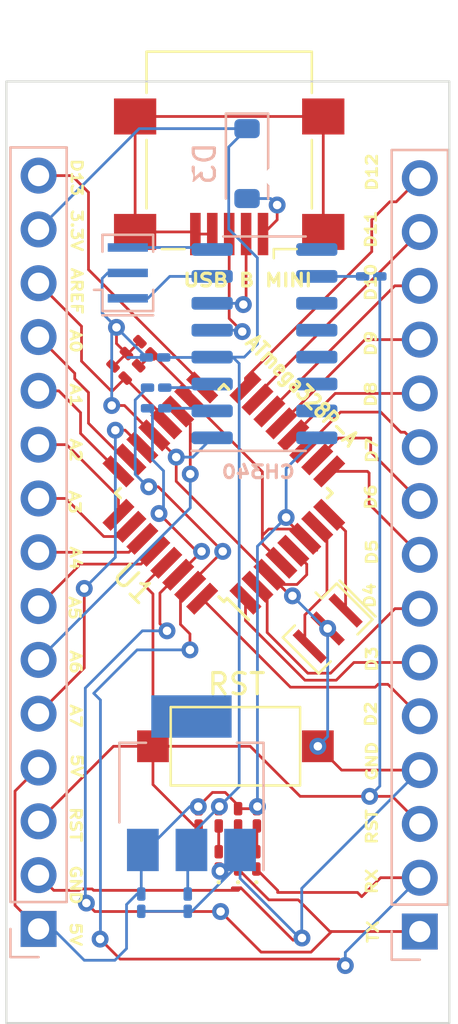
<source format=kicad_pcb>
(kicad_pcb (version 20221018) (generator pcbnew)
  (layers (0 "F.Cu" signal) (31 "B.Cu" signal) (34 "B.Paste" user) (35 "F.Paste" user) (36 "B.SilkS" user "B.Silkscreen") (37 "F.SilkS" user "F.Silkscreen") (38 "B.Mask" user) (39 "F.Mask" user) (44 "Edge.Cuts" user))
  (net 0 "")
  (net 1 "GND")
  (net 2 "+3.3V")
  (net 3 "Net-(U2-~{DSR})")
  (net 4 "/RST")
  (net 5 "+5V")
  (net 6 "/AREF")
  (net 7 "Net-(D2-A)")
  (net 8 "Net-(D3-A)")
  (net 9 "/TX")
  (net 10 "Net-(D4-A)")
  (net 11 "/RX")
  (net 12 "Net-(D5-A)")
  (net 13 "Net-(J1-D-)")
  (net 14 "Net-(J1-D+)")
  (net 15 "Net-(J1-GND)")
  (net 16 "/D2")
  (net 17 "/D3")
  (net 18 "/D4")
  (net 19 "/D5")
  (net 20 "/D6")
  (net 21 "/D7")
  (net 22 "/D8")
  (net 23 "/D9")
  (net 24 "/D10")
  (net 25 "/D11")
  (net 26 "/D12")
  (net 27 "/A7")
  (net 28 "/A6")
  (net 29 "/A5")
  (net 30 "/A4")
  (net 31 "/A3")
  (net 32 "/A2")
  (net 33 "/A1")
  (net 34 "/A0")
  (net 35 "/D13")
  (net 36 "Net-(U2-TXD)")
  (net 37 "Net-(U2-RXD)")
  (net 38 "Net-(U1-XTAL1{slash}PB6)")
  (net 39 "Net-(U1-XTAL2{slash}PB7)")
  (net 40 "Net-(U2-XI)")
  (net 41 "Net-(U2-XO)")
  (footprint "Package_QFP:TQFP-32_7x7mm_P0.8mm" (layer "F.Cu") (at 200.152 91.948 135)
    (fp_text reference "U1")
    (fp_text value "ATmega328P-A")
  )
  (footprint "Button_Switch_SMD:SW_SPST_CK_RS282G05A3" (layer "F.Cu") (at 200.7 103.9 180)
    (fp_text reference "SW1" hide)
    (fp_text value "RST" hide)
  )
  (footprint "LED_SMD:LED_0201_0603Metric_Pad0.64x0.40mm_HandSolder" (layer "F.Cu") (at 199.9115 109.2855 90)
    (fp_text reference "D2" hide)
    (fp_text value "LED" hide)
  )
  (footprint "Capacitor_SMD:C_0201_0603Metric_Pad0.64x0.40mm_HandSolder" (layer "F.Cu") (at 195.834 85.649824 135)
    (fp_text reference "C6" hide)
    (fp_text value "100nf" hide)
  )
  (footprint "Resistor_SMD:R_0201_0603Metric_Pad0.64x0.40mm_HandSolder" (layer "F.Cu") (at 201.716 107.2535 90)
    (fp_text reference "R6" hide)
    (fp_text value "1K" hide)
  )
  (footprint "Resistor_SMD:R_0201_0603Metric_Pad0.64x0.40mm_HandSolder" (layer "F.Cu") (at 198.961 107.259 -90)
    (fp_text reference "R7" hide)
    (fp_text value "10k" hide)
  )
  (footprint "Resistor_SMD:R_0201_0603Metric_Pad0.64x0.40mm_HandSolder" (layer "F.Cu") (at 199.9115 107.2535 90)
    (fp_text reference "R4" hide)
    (fp_text value "1K" hide)
  )
  (footprint "Capacitor_SMD:C_0201_0603Metric_Pad0.64x0.40mm_HandSolder" (layer "F.Cu") (at 196.469 85.09 135)
    (fp_text reference "C7" hide)
    (fp_text value "4.7uf" hide)
  )
  (footprint "Capacitor_SMD:C_0201_0603Metric_Pad0.64x0.40mm_HandSolder" (layer "F.Cu") (at 195.199 86.233 -45)
    (fp_text reference "C8" hide)
    (fp_text value "100nf" hide)
  )
  (footprint "Crystal:Resonator_SMD_Murata_CSTxExxV-3Pin_3.0x1.1mm" (layer "F.Cu") (at 205.064528 98.338472 -135)
    (fp_text reference "Y3" hide)
    (fp_text value "Crystal_GND2")
  )
  (footprint "Connector_USB:USB_Mini-B_Lumberg_2486_01_Horizontal" (layer "F.Cu") (at 200.406 77.021 180)
    (fp_text reference "J1" hide)
    (fp_text value "USB_B_Mini")
  )
  (footprint "Resistor_SMD:R_0201_0603Metric_Pad0.64x0.40mm_HandSolder" (layer "F.Cu") (at 200.827 107.2535 90)
    (fp_text reference "R5" hide)
    (fp_text value "1K" hide)
  )
  (footprint "LED_SMD:LED_0201_0603Metric_Pad0.64x0.40mm_HandSolder" (layer "F.Cu") (at 200.827 109.2855 90)
    (fp_text reference "D4" hide)
    (fp_text value "LED" hide)
  )
  (footprint "LED_SMD:LED_0201_0603Metric_Pad0.64x0.40mm_HandSolder" (layer "F.Cu") (at 201.6895 109.2855 90)
    (fp_text reference "D5" hide)
    (fp_text value "LED" hide)
  )
  (footprint "Resistor_SMD:R_0201_0603Metric_Pad0.64x0.40mm_HandSolder" (layer "B.Cu") (at 196.95 87.945 180)
    (fp_text reference "R2" hide)
    (fp_text value "1K" hide)
  )
  (footprint "Connector_PinHeader_2.54mm:PinHeader_1x15_P2.54mm_Vertical" (layer "B.Cu") (at 191.389 112.522)
    (fp_text reference "J3" hide)
    (fp_text value "Conn_01x15_Pin" hide)
  )
  (footprint "Resistor_SMD:R_0201_0603Metric_Pad0.64x0.40mm_HandSolder" (layer "B.Cu") (at 196.95 86.97)
    (fp_text reference "R3" hide)
    (fp_text value "1K" hide)
  )
  (footprint "Capacitor_SMD:C_0201_0603Metric_Pad0.64x0.40mm_HandSolder" (layer "B.Cu") (at 198.446 111.2815 -90)
    (fp_text reference "C5" hide)
    (fp_text value "22u" hide)
  )
  (footprint "Package_SO:SOIC-16_3.9x9.9mm_P1.27mm" (layer "B.Cu") (at 202.075 84.895)
    (fp_text reference "U2" hide)
    (fp_text value "CH340G" hide)
  )
  (footprint "Capacitor_SMD:C_0201_0603Metric_Pad0.64x0.40mm_HandSolder" (layer "B.Cu") (at 196.9 85.545)
    (fp_text reference "C1" hide)
    (fp_text value "100nf" hide)
  )
  (footprint "Crystal:Resonator_SMD_Murata_CSTxExxV-3Pin_3.0x1.1mm" (layer "B.Cu") (at 195.61 81.555 90)
    (fp_text reference "Y4" hide)
    (fp_text value "Crystal_GND2")
  )
  (footprint "Diode_SMD:D_SOD-123" (layer "B.Cu") (at 201.25 76.395 -90)
    (fp_text reference "D3")
    (fp_text value "MBR0520LT" hide)
  )
  (footprint "Package_TO_SOT_SMD:SOT-223" (layer "B.Cu") (at 198.621 105.644 90)
    (fp_text reference "U4" hide)
    (fp_text value "TLV1117LV-3.3" hide)
  )
  (footprint "Capacitor_SMD:C_0201_0603Metric_Pad0.64x0.40mm_HandSolder" (layer "B.Cu") (at 196.246 111.2815 -90)
    (fp_text reference "C4" hide)
    (fp_text value "22u" hide)
  )
  (footprint "Connector_PinHeader_2.54mm:PinHeader_1x15_P2.54mm_Vertical" (layer "B.Cu") (at 209.423 112.644)
    (fp_text reference "J2" hide)
    (fp_text value "Conn_01x15_Pin" hide)
  )
  (footprint "Capacitor_SMD:C_0201_0603Metric_Pad0.64x0.40mm_HandSolder" (layer "B.Cu") (at 207.125 81.72)
    (fp_text reference "C3" hide)
    (fp_text value "100nf" hide)
  )
  (gr_rect (start 189.865 72.517) (end 210.82 116.967) (stroke (width 0.1)) (fill none) (layer "Edge.Cuts"))
  (gr_text "CH340" (at 203.6 91.3) (layer "B.SilkS") (effects (font (size 0.6 0.7)) (justify left bottom mirror)))
  (gr_text "A3" (at 192.8 91.75 270) (layer "F.SilkS") (effects (font (size 0.5 0.6) (thickness 0.125)) (justify left bottom)))
  (gr_text "D3" (at 207.45 100.45 90) (layer "F.SilkS") (effects (font (size 0.5 0.6) (thickness 0.125)) (justify left bottom)))
  (gr_text "RX" (at 207.45 110.95 90) (layer "F.SilkS") (effects (font (size 0.5 0.6) (thickness 0.125)) (justify left bottom)))
  (gr_text "D5" (at 207.45 95.4 90) (layer "F.SilkS") (effects (font (size 0.5 0.6) (thickness 0.125)) (justify left bottom)))
  (gr_text "GND" (at 207.45 105.6 90) (layer "F.SilkS") (effects (font (size 0.5 0.6) (thickness 0.125)) (justify left bottom)))
  (gr_text "A6" (at 192.85 99.3 270) (layer "F.SilkS") (effects (font (size 0.5 0.6) (thickness 0.125)) (justify left bottom)))
  (gr_text "3.3V" (at 192.9 78.5 270) (layer "F.SilkS") (effects (font (size 0.5 0.6) (thickness 0.125)) (justify left bottom)))
  (gr_text "RST" (at 207.45 108.6 90) (layer "F.SilkS") (effects (font (size 0.5 0.6) (thickness 0.125)) (justify left bottom)))
  (gr_text "GND" (at 192.85 109.45 270) (layer "F.SilkS") (effects (font (size 0.5 0.6) (thickness 0.125)) (justify left bottom)))
  (gr_text "5V" (at 192.85 112.15 270) (layer "F.SilkS") (effects (font (size 0.5 0.6) (thickness 0.125)) (justify left bottom)))
  (gr_text "AREF" (at 192.9 81.25 270) (layer "F.SilkS") (effects (font (size 0.5 0.6) (thickness 0.125)) (justify left bottom)))
  (gr_text "A7" (at 192.85 101.85 270) (layer "F.SilkS") (effects (font (size 0.5 0.6) (thickness 0.125)) (justify left bottom)))
  (gr_text "A0" (at 192.85 84.15 270) (layer "F.SilkS") (effects (font (size 0.5 0.6) (thickness 0.125)) (justify left bottom)))
  (gr_text "D2" (at 207.4 103.05 90) (layer "F.SilkS") (effects (font (size 0.5 0.6) (thickness 0.125)) (justify left bottom)))
  (gr_text "5V" (at 192.9 104.2 270) (layer "F.SilkS") (effects (font (size 0.5 0.6) (thickness 0.125)) (justify left bottom)))
  (gr_text "D7\n" (at 207.45 90.6 90) (layer "F.SilkS") (effects (font (size 0.5 0.6) (thickness 0.125)) (justify left bottom)))
  (gr_text "A4" (at 192.85 94.4 270) (layer "F.SilkS") (effects (font (size 0.5 0.6) (thickness 0.125)) (justify left bottom)))
  (gr_text "RST" (at 192.85 106.7 270) (layer "F.SilkS") (effects (font (size 0.5 0.6) (thickness 0.125)) (justify left bottom)))
  (gr_text "A2" (at 192.85 89.3 270) (layer "F.SilkS") (effects (font (size 0.5 0.6) (thickness 0.125)) (justify left bottom)))
  (gr_text "D13" (at 192.9 76.1 270) (layer "F.SilkS") (effects (font (size 0.5 0.6) (thickness 0.125)) (justify left bottom)))
  (gr_text "D11" (at 207.4 80.45 90) (layer "F.SilkS") (effects (font (size 0.5 0.6) (thickness 0.125)) (justify left bottom)))
  (gr_text "D12" (at 207.45 77.75 90) (layer "F.SilkS") (effects (font (size 0.5 0.6) (thickness 0.125)) (justify left bottom)))
  (gr_text "D8\n" (at 207.4 87.95 90) (layer "F.SilkS") (effects (font (size 0.5 0.6) (thickness 0.125)) (justify left bottom)))
  (gr_text "D9" (at 207.4 85.55 90) (layer "F.SilkS") (effects (font (size 0.5 0.6) (thickness 0.125)) (justify left bottom)))
  (gr_text "D6" (at 207.4 92.8 90) (layer "F.SilkS") (effects (font (size 0.5 0.6) (thickness 0.125)) (justify left bottom)))
  (gr_text "USB B MINI" (at 198.15 82.25) (layer "F.SilkS") (effects (font (size 0.6 0.7)) (justify left bottom)))
  (gr_text "A5" (at 192.8 96.75 270) (layer "F.SilkS") (effects (font (size 0.5 0.6) (thickness 0.125)) (justify left bottom)))
  (gr_text "TX" (at 207.5 113.25 90) (layer "F.SilkS") (effects (font (size 0.5 0.6) (thickness 0.125)) (justify left bottom)))
  (gr_text "D4" (at 207.35 97.45 90) (layer "F.SilkS") (effects (font (size 0.5 0.6) (thickness 0.125)) (justify left bottom)))
  (gr_text "D10" (at 207.4 82.95 90) (layer "F.SilkS") (effects (font (size 0.5 0.6) (thickness 0.125)) (justify left bottom)))
  (gr_text "RST" (at 199.3 101.55) (layer "F.SilkS") (effects (font (size 1 1)) (justify left bottom)))
  (gr_text "A1" (at 192.85 86.7 270) (layer "F.SilkS") (effects (font (size 0.5 0.6) (thickness 0.125)) (justify left bottom)))
  (segment (start 205.724 105.024) (end 204.6 103.9) (width 0.13) (layer "F.Cu") (net 1))
  (segment (start 197.323407 89.685093) (end 197.335093 89.685093) (width 0.13) (layer "F.Cu") (net 1))
  (segment (start 195.452751 87.814437) (end 194.849109 87.814437) (width 0.13) (layer "F.Cu") (net 1))
  (segment (start 209.423 105.024) (end 205.724 105.024) (width 0.13) (layer "F.Cu") (net 1))
  (segment (start 202.308676 95.801732) (end 203.306944 96.8) (width 0.13) (layer "F.Cu") (net 1))
  (segment (start 203.427 113.052) (end 203.838 113.052) (width 0.13) (layer "F.Cu") (net 1))
  (segment (start 202.308676 95.801732) (end 197.9 91.393056) (width 0.13) (layer "F.Cu") (net 1))
  (segment (start 200.569432 110.580568) (end 200.55 110.6) (width 0.13) (layer "F.Cu") (net 1))
  (segment (start 200.955568 110.580568) (end 200.569432 110.580568) (width 0.13) (layer "F.Cu") (net 1))
  (segment (start 195.545854 85.361678) (end 195.07375 84.889574) (width 0.13) (layer "F.Cu") (net 1))
  (segment (start 192.107 110.7) (end 193.309547 110.7) (width 0.13) (layer "F.Cu") (net 1))
  (segment (start 196.863953 89.225639) (end 196.989449 89.225639) (width 0.13) (layer "F.Cu") (net 1))
  (segment (start 204.075 95.305314) (end 203.440047 94.670361) (width 0.13) (layer "F.Cu") (net 1))
  (segment (start 195.62103 85.361678) (end 196.180854 84.801854) (width 0.13) (layer "F.Cu") (net 1))
  (segment (start 200.955568 110.580568) (end 203.427 113.052) (width 0.13) (layer "F.Cu") (net 1))
  (segment (start 196.863953 89.225639) (end 195.452751 87.814437) (width 0.13) (layer "F.Cu") (net 1))
  (segment (start 203.613813 96.261187) (end 204.075 95.8) (width 0.13) (layer "F.Cu") (net 1))
  (segment (start 193.925453 110.635) (end 193.990453 110.7) (width 0.13) (layer "F.Cu") (net 1))
  (segment (start 193.990453 110.7) (end 200.836136 110.7) (width 0.13) (layer "F.Cu") (net 1))
  (segment (start 195.545854 85.361678) (end 195.62103 85.361678) (width 0.13) (layer "F.Cu") (net 1))
  (segment (start 200.836136 110.7) (end 200.955568 110.580568) (width 0.13) (layer "F.Cu") (net 1))
  (segment (start 203.306944 96.8) (end 203.4 96.8) (width 0.13) (layer "F.Cu") (net 1))
  (segment (start 193.374547 110.635) (end 193.925453 110.635) (width 0.13) (layer "F.Cu") (net 1))
  (segment (start 197.335093 89.685093) (end 197.9 90.25) (width 0.13) (layer "F.Cu") (net 1))
  (segment (start 191.389 109.982) (end 192.107 110.7) (width 0.13) (layer "F.Cu") (net 1))
  (segment (start 195.07375 84.889574) (end 195.07375 84.12625) (width 0.13) (layer "F.Cu") (net 1))
  (segment (start 194.910854 85.944854) (end 194.962678 85.944854) (width 0.13) (layer "F.Cu") (net 1))
  (segment (start 202.768131 96.261187) (end 203.613813 96.261187) (width 0.13) (layer "F.Cu") (net 1))
  (segment (start 196.989449 89.225639) (end 197.006905 89.243095) (width 0.13) (layer "F.Cu") (net 1))
  (segment (start 204.075 95.8) (end 204.075 95.305314) (width 0.13) (layer "F.Cu") (net 1))
  (segment (start 202.308676 95.801732) (end 202.768131 96.261187) (width 0.13) (layer "F.Cu") (net 1))
  (segment (start 197.9 91.393056) (end 197.9 90.25) (width 0.13) (layer "F.Cu") (net 1))
  (segment (start 194.962678 85.944854) (end 195.545854 85.361678) (width 0.13) (layer "F.Cu") (net 1))
  (segment (start 196.863953 89.225639) (end 197.323407 89.685093) (width 0.13) (layer "F.Cu") (net 1))
  (segment (start 193.309547 110.7) (end 193.374547 110.635) (width 0.13) (layer "F.Cu") (net 1))
  (via (at 203.85 112.95) (size 0.8) (drill 0.4) (layers "F.Cu" "B.Cu") (net 1))
  (via (at 197.9 90.25) (size 0.8) (drill 0.4) (layers "F.Cu" "B.Cu") (net 1))
  (via (at 205.064528 98.338472) (size 0.8) (drill 0.4) (layers "F.Cu" "B.Cu") (net 1))
  (via (at 204.6 103.9) (size 0.8) (drill 0.4) (layers "F.Cu" "B.Cu") (net 1))
  (via (at 199.9705 109.795075) (size 0.8) (drill 0.4) (layers "F.Cu" "B.Cu") (net 1))
  (via (at 203.4 96.8) (size 0.8) (drill 0.4) (layers "F.Cu" "B.Cu") (net 1))
  (via (at 195.07375 84.12625) (size 0.8) (drill 0.4) (layers "F.Cu" "B.Cu") (net 1))
  (via (at 194.849109 87.814437) (size 0.8) (drill 0.4) (layers "F.Cu" "B.Cu") (net 1))
  (segment (start 198.446 111.689) (end 198.646 111.689) (width 0.13) (layer "B.Cu") (net 1))
  (segment (start 203.838 113.052) (end 200.921 110.135) (width 0.13) (layer "B.Cu") (net 1))
  (segment (start 194.849109 87.814437) (end 194.849109 84.350891) (width 0.13) (layer "B.Cu") (net 1))
  (segment (start 200.921 108.844575) (end 199.9705 109.795075) (width 0.13) (layer "B.Cu") (net 1))
  (segment (start 200.921 109.414) (end 200.921 108.794) (width 0.13) (layer "B.Cu") (net 1))
  (segment (start 203.838 112.938) (end 203.838 110.609) (width 0.13) (layer "B.Cu") (net 1))
  (segment (start 203.838 113.052) (end 203.838 112.962) (width 0.13) (layer "B.Cu") (net 1))
  (segment (start 203.85 112.95) (end 203.838 112.938) (width 0.13) (layer "B.Cu") (net 1))
  (segment (start 196.4925 85.545) (end 195.605 85.545) (width 0.13) (layer "B.Cu") (net 1))
  (segment (start 198.646 111.689) (end 200.921 109.414) (width 0.13) (layer "B.Cu") (net 1))
  (segment (start 195.07375 84.12625) (end 196.4925 85.545) (width 0.13) (layer "B.Cu") (net 1))
  (segment (start 194.849109 84.350891) (end 195.07375 84.12625) (width 0.13) (layer "B.Cu") (net 1))
  (segment (start 203.4 96.8) (end 204.938472 98.338472) (width 0.13) (layer "B.Cu") (net 1))
  (segment (start 203.838 110.609) (end 209.423 105.024) (width 0.13) (layer "B.Cu") (net 1))
  (segment (start 194.66 81.555) (end 194.395 81.82) (width 0.13) (layer "B.Cu") (net 1))
  (segment (start 195.61 81.555) (end 194.66 81.555) (width 0.13) (layer "B.Cu") (net 1))
  (segment (start 200.921 108.794) (end 200.921 108.844575) (width 0.13) (layer "B.Cu") (net 1))
  (segment (start 197.9 90.25) (end 198.69 90.25) (width 0.13) (layer "B.Cu") (net 1))
  (segment (start 194.395 81.82) (end 194.395 83.4475) (width 0.13) (layer "B.Cu") (net 1))
  (segment (start 196.246 111.689) (end 198.446 111.689) (width 0.13) (layer "B.Cu") (net 1))
  (segment (start 200.921 110.135) (end 200.921 108.794) (width 0.13) (layer "B.Cu") (net 1))
  (segment (start 205.064528 103.435472) (end 204.6 103.9) (width 0.13) (layer "B.Cu") (net 1))
  (segment (start 198.69 90.25) (end 199.6 89.34) (width 0.13) (layer "B.Cu") (net 1))
  (segment (start 204.938472 98.338472) (end 205.064528 98.338472) (width 0.13) (layer "B.Cu") (net 1))
  (segment (start 205.064528 98.338472) (end 205.064528 103.435472) (width 0.13) (layer "B.Cu") (net 1))
  (segment (start 203.838 112.962) (end 203.85 112.95) (width 0.13) (layer "B.Cu") (net 1))
  (segment (start 194.395 83.4475) (end 195.07375 84.12625) (width 0.13) (layer "B.Cu") (net 1))
  (via (at 199.943186 106.743967) (size 0.8) (drill 0.4) (layers "F.Cu" "B.Cu") (net 2))
  (segment (start 198.446 110.874) (end 198.446 108.969) (width 0.13) (layer "B.Cu") (net 2))
  (segment (start 200.879 85.834) (end 200.879 105.808152) (width 0.13) (layer "B.Cu") (net 2))
  (segment (start 201.25 74.745) (end 200.385 75.61) (width 0.13) (layer "B.Cu") (net 2))
  (segment (start 198.621 108.794) (end 198.621 108.066153) (width 0.13) (layer "B.Cu") (net 2))
  (segment (start 200.385 79.485) (end 201.74 80.84) (width 0.13) (layer "B.Cu") (net 2))
  (segment (start 196.146 74.745) (end 201.25 74.745) (width 0.13) (layer "B.Cu") (net 2))
  (segment (start 200.385 75.61) (end 200.385 79.485) (width 0.13) (layer "B.Cu") (net 2))
  (segment (start 197.3075 85.545) (end 199.585 85.545) (width 0.13) (layer "B.Cu") (net 2))
  (segment (start 191.389 79.502) (end 196.146 74.745) (width 0.13) (layer "B.Cu") (net 2))
  (segment (start 199.6 85.53) (end 200.575 85.53) (width 0.13) (layer "B.Cu") (net 2))
  (segment (start 198.621 108.066153) (end 199.943186 106.743967) (width 0.13) (layer "B.Cu") (net 2))
  (segment (start 201.74 80.84) (end 201.74 84.91) (width 0.13) (layer "B.Cu") (net 2))
  (segment (start 201.12 85.53) (end 199.6 85.53) (width 0.13) (layer "B.Cu") (net 2))
  (segment (start 200.575 85.53) (end 200.879 85.834) (width 0.13) (layer "B.Cu") (net 2))
  (segment (start 199.585 85.545) (end 199.6 85.53) (width 0.13) (layer "B.Cu") (net 2))
  (segment (start 198.446 108.969) (end 198.621 108.794) (width 0.13) (layer "B.Cu") (net 2))
  (segment (start 200.879 105.808152) (end 199.943186 106.743967) (width 0.13) (layer "B.Cu") (net 2))
  (segment (start 201.74 84.91) (end 201.12 85.53) (width 0.13) (layer "B.Cu") (net 2))
  (segment (start 204.55 81.72) (end 206.7175 81.72) (width 0.13) (layer "B.Cu") (net 3))
  (segment (start 196.8 103.9) (end 194.931 103.9) (width 0.13) (layer "F.Cu") (net 4))
  (segment (start 196.8 103.9) (end 196.8 105.7055) (width 0.13) (layer "F.Cu") (net 4))
  (segment (start 198.761 107.6665) (end 198.961 107.6665) (width 0.13) (layer "F.Cu") (net 4))
  (segment (start 194.931 103.9) (end 191.389 107.442) (width 0.13) (layer "F.Cu") (net 4))
  (segment (start 203.7635 106.2635) (end 201.4 103.9) (width 0.13) (layer "F.Cu") (net 4))
  (segment (start 208.1225 106.2635) (end 207.05 106.2635) (width 0.13) (layer "F.Cu") (net 4))
  (segment (start 196.8 96.707686) (end 196.379 96.286686) (width 0.13) (layer "F.Cu") (net 4))
  (segment (start 201.4 103.9) (end 196.8 103.9) (width 0.13) (layer "F.Cu") (net 4))
  (segment (start 197.429639 95.236047) (end 196.379 96.286686) (width 0.13) (layer "F.Cu") (net 4))
  (segment (start 196.8 105.7055) (end 198.761 107.6665) (width 0.13) (layer "F.Cu") (net 4))
  (segment (start 196.8 103.9) (end 196.8 96.707686) (width 0.13) (layer "F.Cu") (net 4))
  (segment (start 207.05 106.2635) (end 203.7635 106.2635) (width 0.13) (layer "F.Cu") (net 4))
  (segment (start 209.423 107.564) (end 208.1225 106.2635) (width 0.13) (layer "F.Cu") (net 4))
  (via (at 207.05 106.2635) (size 0.8) (drill 0.4) (layers "F.Cu" "B.Cu") (net 4))
  (segment (start 207.5325 81.72) (end 207.5325 105.781) (width 0.13) (layer "B.Cu") (net 4))
  (segment (start 207.5325 105.781) (end 207.05 106.2635) (width 0.13) (layer "B.Cu") (net 4))
  (segment (start 196.122146 85.93797) (end 196.197322 85.93797) (width 0.13) (layer "F.Cu") (net 5))
  (segment (start 200.827 106.687328) (end 200.218639 106.078967) (width 0.13) (layer "F.Cu") (net 5))
  (segment (start 190.274 111.407) (end 190.274 106.017) (width 0.13) (layer "F.Cu") (net 5))
  (segment (start 190.274 106.017) (end 191.389 104.902) (width 0.13) (layer "F.Cu") (net 5))
  (segment (start 196.197322 85.93797) (end 196.757146 85.378146) (width 0.13) (layer "F.Cu") (net 5))
  (segment (start 203.1 93.198944) (end 203.1 93.1) (width 0.13) (layer "F.Cu") (net 5))
  (segment (start 202.279779 93.645221) (end 201.975 93.95) (width 0.13) (layer "F.Cu") (net 5))
  (segment (start 201.975 90.942573) (end 198.56101 87.528583) (width 0.13) (layer "F.Cu") (net 5))
  (segment (start 191.389 112.522) (end 190.274 111.407) (width 0.13) (layer "F.Cu") (net 5))
  (segment (start 204.005732 94.104676) (end 203.546277 93.645221) (width 0.13) (layer "F.Cu") (net 5))
  (segment (start 203.546277 93.645221) (end 202.279779 93.645221) (width 0.13) (layer "F.Cu") (net 5))
  (segment (start 201.716 106.846) (end 200.827 106.846) (width 0.13) (layer "F.Cu") (net 5))
  (segment (start 201.975 94.336686) (end 201.975 90.942573) (width 0.13) (layer "F.Cu") (net 5))
  (segment (start 198.56101 87.528583) (end 198.56101 87.18201) (width 0.13) (layer "F.Cu") (net 5))
  (segment (start 201.975 93.95) (end 201.975 94.336686) (width 0.13) (layer "F.Cu") (net 5))
  (segment (start 201.975 94.336686) (end 202.874361 95.236047) (width 0.13) (layer "F.Cu") (net 5))
  (segment (start 199.614232 106.078967) (end 198.943699 106.7495) (width 0.13) (layer "F.Cu") (net 5))
  (segment (start 204.005732 94.104676) (end 203.1 93.198944) (width 0.13) (layer "F.Cu") (net 5))
  (segment (start 198.56101 87.18201) (end 196.757146 85.378146) (width 0.13) (layer "F.Cu") (net 5))
  (segment (start 200.827 106.846) (end 200.827 106.687328) (width 0.13) (layer "F.Cu") (net 5))
  (segment (start 204.005732 94.104676) (end 204.55 94.648944) (width 0.13) (layer "F.Cu") (net 5))
  (segment (start 200.218639 106.078967) (end 199.614232 106.078967) (width 0.13) (layer "F.Cu") (net 5))
  (via (at 203.1 93.1) (size 0.8) (drill 0.4) (layers "F.Cu" "B.Cu") (net 5))
  (via (at 198.943699 106.7495) (size 0.8) (drill 0.4) (layers "F.Cu" "B.Cu") (net 5))
  (via (at 201.741786 106.744) (size 0.8) (drill 0.4) (layers "F.Cu" "B.Cu") (net 5))
  (segment (start 195 114) (end 195.55 113.45) (width 0.13) (layer "B.Cu") (net 5))
  (segment (start 195.55 111.37) (end 196.046 110.874) (width 0.13) (layer "B.Cu") (net 5))
  (segment (start 196.496232 108.794) (end 198.540732 106.7495) (width 0.13) (layer "B.Cu") (net 5))
  (segment (start 196.046 110.874) (end 196.246 110.874) (width 0.13) (layer "B.Cu") (net 5))
  (segment (start 201.741786 94.458214) (end 201.741786 106.744) (width 0.13) (layer "B.Cu") (net 5))
  (segment (start 198.540732 106.7495) (end 198.943699 106.7495) (width 0.13) (layer "B.Cu") (net 5))
  (segment (start 191.389 112.522) (end 192.072 112.522) (width 0.13) (layer "B.Cu") (net 5))
  (segment (start 196.246 108.869) (end 196.321 108.794) (width 0.13) (layer "B.Cu") (net 5))
  (segment (start 192.072 112.522) (end 193.55 114) (width 0.13) (layer "B.Cu") (net 5))
  (segment (start 203.1 90.79) (end 204.55 89.34) (width 0.13) (layer "B.Cu") (net 5))
  (segment (start 203.1 93.1) (end 201.741786 94.458214) (width 0.13) (layer "B.Cu") (net 5))
  (segment (start 196.246 110.874) (end 196.246 108.869) (width 0.13) (layer "B.Cu") (net 5))
  (segment (start 195.55 113.45) (end 195.55 111.37) (width 0.13) (layer "B.Cu") (net 5))
  (segment (start 193.55 114) (end 195 114) (width 0.13) (layer "B.Cu") (net 5))
  (segment (start 196.321 108.794) (end 196.496232 108.794) (width 0.13) (layer "B.Cu") (net 5))
  (segment (start 203.1 93.1) (end 203.1 90.79) (width 0.13) (layer "B.Cu") (net 5))
  (segment (start 197.429639 88.659953) (end 197.429639 88.463639) (width 0.13) (layer "F.Cu") (net 6))
  (segment (start 194.85 87.15) (end 194.858292 87.15) (width 0.13) (layer "F.Cu") (net 6))
  (segment (start 193.42 84.073) (end 193.42 85.72) (width 0.13) (layer "F.Cu") (net 6))
  (segment (start 197.429639 88.463639) (end 195.487146 86.521146) (width 0.13) (layer "F.Cu") (net 6))
  (segment (start 194.858292 87.15) (end 195.487146 86.521146) (width 0.13) (layer "F.Cu") (net 6))
  (segment (start 193.42 85.72) (end 194.85 87.15) (width 0.13) (layer "F.Cu") (net 6))
  (segment (start 191.389 82.042) (end 193.42 84.073) (width 0.13) (layer "F.Cu") (net 6))
  (segment (start 199.9115 107.661) (end 199.9115 108.878) (width 0.13) (layer "F.Cu") (net 7))
  (segment (start 202.675 79.052) (end 202.006 79.721) (width 0.13) (layer "F.Cu") (net 8))
  (segment (start 202.675 78.35) (end 202.675 79.052) (width 0.13) (layer "F.Cu") (net 8))
  (via (at 202.675 78.35) (size 0.8) (drill 0.4) (layers "F.Cu" "B.Cu") (net 8))
  (segment (start 202.37 78.045) (end 202.675 78.35) (width 0.13) (layer "B.Cu") (net 8))
  (segment (start 201.25 78.045) (end 202.37 78.045) (width 0.13) (layer "B.Cu") (net 8))
  (segment (start 197.086055 92.913396) (end 198.872659 94.7) (width 0.13) (layer "F.Cu") (net 9))
  (segment (start 197.13 96.667056) (end 197.13 98.1155) (width 0.13) (layer "F.Cu") (net 9))
  (segment (start 197.998268 95.801732) (end 199.1 94.7) (width 0.13) (layer "F.Cu") (net 9))
  (segment (start 197.995324 95.801732) (end 197.998268 95.801732) (width 0.13) (layer "F.Cu") (net 9))
  (segment (start 205.25 112.644) (end 205.169 112.644) (width 0.13) (layer "F.Cu") (net 9))
  (segment (start 209.423 112.644) (end 205.25 112.644) (width 0.13) (layer "F.Cu") (net 9))
  (segment (start 205.169 112.644) (end 203.675 111.15) (width 0.13) (layer "F.Cu") (net 9))
  (segment (start 202.284 111.15) (end 200.827 109.693) (width 0.13) (layer "F.Cu") (net 9))
  (segment (start 197.995324 95.801732) (end 197.13 96.667056) (width 0.13) (layer "F.Cu") (net 9))
  (segment (start 193.65 111.3) (end 194.05 111.7) (width 0.13) (layer "F.Cu") (net 9))
  (segment (start 198.872659 94.7) (end 199.1 94.7) (width 0.13) (layer "F.Cu") (net 9))
  (segment (start 204.279 113.615) (end 205.25 112.644) (width 0.13) (layer "F.Cu") (net 9))
  (segment (start 200 111.7) (end 201.915 113.615) (width 0.13) (layer "F.Cu") (net 9))
  (segment (start 194.05 111.7) (end 200 111.7) (width 0.13) (layer "F.Cu") (net 9))
  (segment (start 201.915 113.615) (end 204.279 113.615) (width 0.13) (layer "F.Cu") (net 9))
  (segment (start 203.675 111.15) (end 202.284 111.15) (width 0.13) (layer "F.Cu") (net 9))
  (segment (start 197.13 98.1155) (end 197.4645 98.45) (width 0.13) (layer "F.Cu") (net 9))
  (via (at 193.65 111.3) (size 0.8) (drill 0.4) (layers "F.Cu" "B.Cu") (net 9))
  (via (at 197.086055 92.913396) (size 0.8) (drill 0.4) (layers "F.Cu" "B.Cu") (net 9))
  (via (at 197.4645 98.45) (size 0.8) (drill 0.4) (layers "F.Cu" "B.Cu") (net 9))
  (via (at 199.1 94.7) (size 0.8) (drill 0.4) (layers "F.Cu" "B.Cu") (net 9))
  (via (at 200 111.7) (size 0.8) (drill 0.4) (layers "F.Cu" "B.Cu") (net 9))
  (segment (start 196.775 90.375) (end 197.3 90.9) (width 0.13) (layer "B.Cu") (net 9))
  (segment (start 197.4645 98.45) (end 196.3 98.45) (width 0.13) (layer "B.Cu") (net 9))
  (segment (start 196.775 88.1775) (end 196.775 90.375) (width 0.13) (layer "B.Cu") (net 9))
  (segment (start 196.3 98.45) (end 193.6 101.15) (width 0.13) (layer "B.Cu") (net 9))
  (segment (start 197.3 90.9) (end 197.3 92.699451) (width 0.13) (layer "B.Cu") (net 9))
  (segment (start 193.6 111.25) (end 193.65 111.3) (width 0.13) (layer "B.Cu") (net 9))
  (segment (start 196.5425 87.945) (end 196.775 88.1775) (width 0.13) (layer "B.Cu") (net 9))
  (segment (start 193.6 101.15) (end 193.6 111.25) (width 0.13) (layer "B.Cu") (net 9))
  (segment (start 197.3 92.699451) (end 197.086055 92.913396) (width 0.13) (layer "B.Cu") (net 9))
  (segment (start 200.827 107.661) (end 200.827 108.878) (width 0.13) (layer "F.Cu") (net 10))
  (segment (start 197.05 91.65) (end 200.1 94.7) (width 0.13) (layer "F.Cu") (net 11))
  (segment (start 206.675 111) (end 206.475 110.8) (width 0.13) (layer "F.Cu") (net 11))
  (segment (start 206.475 110.8) (end 202.7 110.8) (width 0.13) (layer "F.Cu") (net 11))
  (segment (start 205.595 113.945) (end 205.9 114.25) (width 0.13) (layer "F.Cu") (net 11))
  (segment (start 195.245 113.945) (end 205.595 113.945) (width 0.13) (layer "F.Cu") (net 11))
  (segment (start 194.3 113) (end 195.245 113.945) (width 0.13) (layer "F.Cu") (net 11))
  (segment (start 198.101555 96.826872) (end 198.101555 98.146602) (width 0.13) (layer "F.Cu") (net 11))
  (segment (start 198.56101 96.367417) (end 198.101555 96.826872) (width 0.13) (layer "F.Cu") (net 11))
  (segment (start 209.423 110.104) (end 207.571 110.104) (width 0.13) (layer "F.Cu") (net 11))
  (segment (start 202.7 110.8) (end 202.7 110.7035) (width 0.13) (layer "F.Cu") (net 11))
  (segment (start 198.56101 96.367417) (end 198.56101 96.23899) (width 0.13) (layer "F.Cu") (net 11))
  (segment (start 196.6 91.65) (end 197.05 91.65) (width 0.13) (layer "F.Cu") (net 11))
  (segment (start 198.56101 96.23899) (end 200.1 94.7) (width 0.13) (layer "F.Cu") (net 11))
  (segment (start 202.7 110.7035) (end 201.6895 109.693) (width 0.13) (layer "F.Cu") (net 11))
  (segment (start 207.571 110.104) (end 206.675 111) (width 0.13) (layer "F.Cu") (net 11))
  (segment (start 198.101555 98.146602) (end 198.55 98.595047) (width 0.13) (layer "F.Cu") (net 11))
  (segment (start 198.55 98.595047) (end 198.55 99.35) (width 0.13) (layer "F.Cu") (net 11))
  (via (at 196.6 91.65) (size 0.8) (drill 0.4) (layers "F.Cu" "B.Cu") (net 11))
  (via (at 200.1 94.7) (size 0.8) (drill 0.4) (layers "F.Cu" "B.Cu") (net 11))
  (via (at 205.9 114.25) (size 0.8) (drill 0.4) (layers "F.Cu" "B.Cu") (net 11))
  (via (at 194.3 113) (size 0.8) (drill 0.4) (layers "F.Cu" "B.Cu") (net 11))
  (via (at 198.55 99.35) (size 0.8) (drill 0.4) (layers "F.Cu" "B.Cu") (net 11))
  (segment (start 194.315 112.985) (end 194.3 113) (width 0.13) (layer "B.Cu") (net 11))
  (segment (start 196.55 91.65) (end 196.55 91.75) (width 0.13) (layer "B.Cu") (net 11))
  (segment (start 195.96 87.5525) (end 195.96 91.06) (width 0.13) (layer "B.Cu") (net 11))
  (segment (start 196.55 91.65) (end 196.6 91.65) (width 0.13) (layer "B.Cu") (net 11))
  (segment (start 196.05 99.35) (end 194 101.4) (width 0.13) (layer "B.Cu") (net 11))
  (segment (start 205.9 113.627) (end 209.423 110.104) (width 0.13) (layer "B.Cu") (net 11))
  (segment (start 196.5425 86.97) (end 195.96 87.5525) (width 0.13) (layer "B.Cu") (net 11))
  (segment (start 194.315 101.715) (end 194.315 112.985) (width 0.13) (layer "B.Cu") (net 11))
  (segment (start 196.6 91.65) (end 196.6 91.7) (width 0.13) (layer "B.Cu") (net 11))
  (segment (start 205.9 114.25) (end 205.9 113.627) (width 0.13) (layer "B.Cu") (net 11))
  (segment (start 195.96 91.06) (end 196.55 91.65) (width 0.13) (layer "B.Cu") (net 11))
  (segment (start 194 101.4) (end 194.315 101.715) (width 0.13) (layer "B.Cu") (net 11))
  (segment (start 198.55 99.35) (end 196.05 99.35) (width 0.13) (layer "B.Cu") (net 11))
  (segment (start 196.6 91.7) (end 196.55 91.65) (width 0.13) (layer "B.Cu") (net 11))
  (segment (start 201.716 108.8515) (end 201.6895 108.878) (width 0.13) (layer "F.Cu") (net 12))
  (segment (start 201.716 107.661) (end 201.716 108.8515) (width 0.13) (layer "F.Cu") (net 12))
  (segment (start 201.206 79.721) (end 201.206 82.919) (width 0.13) (layer "F.Cu") (net 13))
  (segment (start 201.206 82.919) (end 201.075 83.05) (width 0.13) (layer "F.Cu") (net 13))
  (via (at 201.075 83.05) (size 0.8) (drill 0.4) (layers "F.Cu" "B.Cu") (net 13))
  (segment (start 201.015 82.99) (end 199.6 82.99) (width 0.13) (layer "B.Cu") (net 13))
  (segment (start 201.075 83.05) (end 201.015 82.99) (width 0.13) (layer "B.Cu") (net 13))
  (segment (start 200.406 79.721) (end 200.406 83.706) (width 0.13) (layer "F.Cu") (net 14))
  (segment (start 200.406 83.706) (end 201.025 84.325) (width 0.13) (layer "F.Cu") (net 14))
  (via (at 201.025 84.325) (size 0.8) (drill 0.4) (layers "F.Cu" "B.Cu") (net 14))
  (segment (start 200.96 84.26) (end 199.6 84.26) (width 0.13) (layer "B.Cu") (net 14))
  (segment (start 201.025 84.325) (end 200.96 84.26) (width 0.13) (layer "B.Cu") (net 14))
  (segment (start 204.856 74.171) (end 195.956 74.171) (width 0.13) (layer "F.Cu") (net 15))
  (segment (start 199.606 79.721) (end 198.806 79.721) (width 0.13) (layer "F.Cu") (net 15))
  (segment (start 195.956 74.171) (end 195.956 79.621) (width 0.13) (layer "F.Cu") (net 15))
  (segment (start 198.706 79.621) (end 198.806 79.721) (width 0.13) (layer "F.Cu") (net 15))
  (segment (start 204.856 74.171) (end 204.856 79.621) (width 0.13) (layer "F.Cu") (net 15))
  (segment (start 195.956 79.621) (end 198.706 79.621) (width 0.13) (layer "F.Cu") (net 15))
  (segment (start 207.914 100.975) (end 207.45 100.975) (width 0.13) (layer "F.Cu") (net 16))
  (segment (start 203.303592 101.11) (end 199.126695 96.933103) (width 0.13) (layer "F.Cu") (net 16))
  (segment (start 209.423 102.484) (end 207.914 100.975) (width 0.13) (layer "F.Cu") (net 16))
  (segment (start 207.45 100.975) (end 207.315 101.11) (width 0.13) (layer "F.Cu") (net 16))
  (segment (start 207.315 101.11) (end 203.303592 101.11) (width 0.13) (layer "F.Cu") (net 16))
  (segment (start 203.988309 100.779999) (end 201.177305 97.968995) (width 0.13) (layer "F.Cu") (net 17))
  (segment (start 205.47 100.78) (end 203.988309 100.779999) (width 0.13) (layer "F.Cu") (net 17))
  (segment (start 206.306 99.944) (end 205.47 100.78) (width 0.13) (layer "F.Cu") (net 17))
  (segment (start 209.423 99.944) (end 206.306 99.944) (width 0.13) (layer "F.Cu") (net 17))
  (segment (start 201.177305 97.968995) (end 201.177305 96.933103) (width 0.13) (layer "F.Cu") (net 17))
  (segment (start 204.125 100.45) (end 205.2 100.45) (width 0.13) (layer "F.Cu") (net 18))
  (segment (start 201.74299 96.367417) (end 202.202445 96.826872) (width 0.13) (layer "F.Cu") (net 18))
  (segment (start 205.2 100.45) (end 208.246 97.404) (width 0.13) (layer "F.Cu") (net 18))
  (segment (start 202.202445 96.826872) (end 202.202445 98.527445) (width 0.13) (layer "F.Cu") (net 18))
  (segment (start 202.202445 98.527445) (end 204.125 100.45) (width 0.13) (layer "F.Cu") (net 18))
  (segment (start 208.246 97.404) (end 209.423 97.404) (width 0.13) (layer "F.Cu") (net 18))
  (segment (start 207.025 92.466) (end 207.025 91) (width 0.13) (layer "F.Cu") (net 19))
  (segment (start 209.423 94.864) (end 207.025 92.466) (width 0.13) (layer "F.Cu") (net 19))
  (segment (start 206.947695 90.922695) (end 205.137103 90.922695) (width 0.13) (layer "F.Cu") (net 19))
  (segment (start 207.025 91) (end 206.947695 90.922695) (width 0.13) (layer "F.Cu") (net 19))
  (segment (start 209.423 92.324) (end 207.1 90.001) (width 0.13) (layer "F.Cu") (net 20))
  (segment (start 207.1 90.001) (end 207.1 89.35) (width 0.13) (layer "F.Cu") (net 20))
  (segment (start 207.1 89.35) (end 205.578427 89.35) (width 0.13) (layer "F.Cu") (net 20))
  (segment (start 205.578427 89.35) (end 204.571417 90.35701) (width 0.13) (layer "F.Cu") (net 20))
  (segment (start 208.525 89.075) (end 207.575 88.125) (width 0.13) (layer "F.Cu") (net 21))
  (segment (start 207.575 88.125) (end 205.672056 88.125) (width 0.13) (layer "F.Cu") (net 21))
  (segment (start 209.423 89.784) (end 208.714 89.075) (width 0.13) (layer "F.Cu") (net 21))
  (segment (start 208.714 89.075) (end 208.525 89.075) (width 0.13) (layer "F.Cu") (net 21))
  (segment (start 205.672056 88.125) (end 204.005732 89.791324) (width 0.13) (layer "F.Cu") (net 21))
  (segment (start 209.423 87.244) (end 205.421686 87.244) (width 0.13) (layer "F.Cu") (net 22))
  (segment (start 205.421686 87.244) (end 203.440047 89.225639) (width 0.13) (layer "F.Cu") (net 22))
  (segment (start 209.423 84.704) (end 206.830314 84.704) (width 0.13) (layer "F.Cu") (net 23))
  (segment (start 206.830314 84.704) (end 202.874361 88.659953) (width 0.13) (layer "F.Cu") (net 23))
  (segment (start 209.423 82.164) (end 208.238944 82.164) (width 0.13) (layer "F.Cu") (net 24))
  (segment (start 208.238944 82.164) (end 202.308676 88.094268) (width 0.13) (layer "F.Cu") (net 24))
  (segment (start 201.74299 87.30401) (end 201.74299 87.528583) (width 0.13) (layer "F.Cu") (net 25))
  (segment (start 209.423 79.624) (end 201.74299 87.30401) (width 0.13) (layer "F.Cu") (net 25))
  (segment (start 207.15 79.05) (end 207.15 80.55) (width 0.13) (layer "F.Cu") (net 26))
  (segment (start 201.177305 86.522695) (end 201.177305 86.962897) (width 0.13) (layer "F.Cu") (net 26))
  (segment (start 209.423 77.084) (end 208.308 78.199) (width 0.13) (layer "F.Cu") (net 26))
  (segment (start 208.308 78.199) (end 208.001 78.199) (width 0.13) (layer "F.Cu") (net 26))
  (segment (start 208.001 78.199) (end 207.15 79.05) (width 0.13) (layer "F.Cu") (net 26))
  (segment (start 207.15 80.55) (end 201.177305 86.522695) (width 0.13) (layer "F.Cu") (net 26))
  (segment (start 193.55 100.201) (end 191.389 102.362) (width 0.13) (layer "F.Cu") (net 27))
  (segment (start 195.487071 88.980127) (end 195.019873 88.980127) (width 0.13) (layer "F.Cu") (net 27))
  (segment (start 193.55 96.45) (end 193.55 100.201) (width 0.13) (layer "F.Cu") (net 27))
  (segment (start 196.298268 89.791324) (end 195.487071 88.980127) (width 0.13) (layer "F.Cu") (net 27))
  (via (at 193.55 96.45) (size 0.8) (drill 0.4) (layers "F.Cu" "B.Cu") (net 27))
  (via (at 195.019873 88.980127) (size 0.8) (drill 0.4) (layers "F.Cu" "B.Cu") (net 27))
  (segment (start 195.019873 88.980127) (end 195.019873 94.980127) (width 0.13) (layer "B.Cu") (net 27))
  (segment (start 195.019873 94.980127) (end 193.55 96.45) (width 0.13) (layer "B.Cu") (net 27))
  (segment (start 197.995324 88.094268) (end 198.5645 88.663444) (width 0.13) (layer "F.Cu") (net 28))
  (segment (start 198.5645 88.663444) (end 198.5645 91.05) (width 0.13) (layer "F.Cu") (net 28))
  (via (at 198.5645 91.05) (size 0.8) (drill 0.4) (layers "F.Cu" "B.Cu") (net 28))
  (segment (start 198.5645 92.6465) (end 191.389 99.822) (width 0.13) (layer "B.Cu") (net 28))
  (segment (start 198.5645 91.05) (end 198.5645 92.6465) (width 0.13) (layer "B.Cu") (net 28))
  (segment (start 193.275 95.396) (end 191.389 97.282) (width 0.13) (layer "F.Cu") (net 29))
  (segment (start 196.234314 95.3) (end 193.275 95.3) (width 0.13) (layer "F.Cu") (net 29))
  (segment (start 196.863953 94.670361) (end 196.234314 95.3) (width 0.13) (layer "F.Cu") (net 29))
  (segment (start 193.275 95.3) (end 193.275 95.396) (width 0.13) (layer "F.Cu") (net 29))
  (segment (start 195.660944 94.742) (end 191.389 94.742) (width 0.13) (layer "F.Cu") (net 30))
  (segment (start 196.298268 94.104676) (end 195.660944 94.742) (width 0.13) (layer "F.Cu") (net 30))
  (segment (start 195.732583 93.53899) (end 195.273128 93.998445) (width 0.13) (layer "F.Cu") (net 31))
  (segment (start 192.677 92.202) (end 191.389 92.202) (width 0.13) (layer "F.Cu") (net 31))
  (segment (start 195.273128 93.998445) (end 194.473445 93.998445) (width 0.13) (layer "F.Cu") (net 31))
  (segment (start 194.473445 93.998445) (end 192.677 92.202) (width 0.13) (layer "F.Cu") (net 31))
  (segment (start 195.166897 92.116897) (end 192.712 89.662) (width 0.13) (layer "F.Cu") (net 32))
  (segment (start 192.712 89.662) (end 191.389 89.662) (width 0.13) (layer "F.Cu") (net 32))
  (segment (start 195.166897 92.973305) (end 195.166897 92.116897) (width 0.13) (layer "F.Cu") (net 32))
  (segment (start 193.375 89.130798) (end 193.375 88.15) (width 0.13) (layer "F.Cu") (net 33))
  (segment (start 193.375 88.15) (end 192.347 87.122) (width 0.13) (layer "F.Cu") (net 33))
  (segment (start 195.166897 90.922695) (end 193.375 89.130798) (width 0.13) (layer "F.Cu") (net 33))
  (segment (start 192.347 87.122) (end 191.389 87.122) (width 0.13) (layer "F.Cu") (net 33))
  (segment (start 193.1 86.293) (end 191.389 84.582) (width 0.13) (layer "F.Cu") (net 34))
  (segment (start 193.1 86.55) (end 193.1 86.293) (width 0.13) (layer "F.Cu") (net 34))
  (segment (start 195.732583 90.35701) (end 195.45701 90.35701) (width 0.13) (layer "F.Cu") (net 34))
  (segment (start 193.75 88.65) (end 193.75 87.2) (width 0.13) (layer "F.Cu") (net 34))
  (segment (start 195.45701 90.35701) (end 193.75 88.65) (width 0.13) (layer "F.Cu") (net 34))
  (segment (start 193.75 87.2) (end 193.1 86.55) (width 0.13) (layer "F.Cu") (net 34))
  (segment (start 193.75 77.75) (end 192.962 76.962) (width 0.13) (layer "F.Cu") (net 35))
  (segment (start 199.126695 86.962897) (end 199.126695 86.776695) (width 0.13) (layer "F.Cu") (net 35))
  (segment (start 199.126695 86.776695) (end 193.75 81.4) (width 0.13) (layer "F.Cu") (net 35))
  (segment (start 192.962 76.962) (end 191.389 76.962) (width 0.13) (layer "F.Cu") (net 35))
  (segment (start 193.75 81.4) (end 193.75 77.75) (width 0.13) (layer "F.Cu") (net 35))
  (segment (start 197.3575 87.945) (end 199.475 87.945) (width 0.13) (layer "B.Cu") (net 36))
  (segment (start 199.475 87.945) (end 199.6 88.07) (width 0.13) (layer "B.Cu") (net 36))
  (segment (start 199.43 86.97) (end 199.6 86.8) (width 0.13) (layer "B.Cu") (net 37))
  (segment (start 197.3575 86.97) (end 199.43 86.97) (width 0.13) (layer "B.Cu") (net 37))
  (segment (start 203.986355 98.957355) (end 204.216 99.187) (width 0.13) (layer "F.Cu") (net 38))
  (segment (start 203.986355 97.698375) (end 203.986355 98.957355) (width 0.13) (layer "F.Cu") (net 38))
  (segment (start 205.030872 96.653858) (end 203.986355 97.698375) (width 0.13) (layer "F.Cu") (net 38))
  (segment (start 204.571417 93.53899) (end 205.030872 93.998445) (width 0.13) (layer "F.Cu") (net 38))
  (segment (start 205.030872 93.998445) (end 205.030872 96.653858) (width 0.13) (layer "F.Cu") (net 38))
  (segment (start 205.137103 92.973305) (end 205.913056 93.749258) (width 0.13) (layer "F.Cu") (net 39))
  (segment (start 205.913056 93.749258) (end 205.913056 97.489944) (width 0.13) (layer "F.Cu") (net 39))
  (segment (start 196.56 82.755) (end 197.595 81.72) (width 0.13) (layer "B.Cu") (net 40))
  (segment (start 197.595 81.72) (end 199.6 81.72) (width 0.13) (layer "B.Cu") (net 40))
  (segment (start 195.61 82.755) (end 196.56 82.755) (width 0.13) (layer "B.Cu") (net 40))
  (segment (start 195.61 80.355) (end 199.505 80.355) (width 0.13) (layer "B.Cu") (net 41))
  (segment (start 199.505 80.355) (end 199.6 80.45) (width 0.13) (layer "B.Cu") (net 41))
)
</source>
